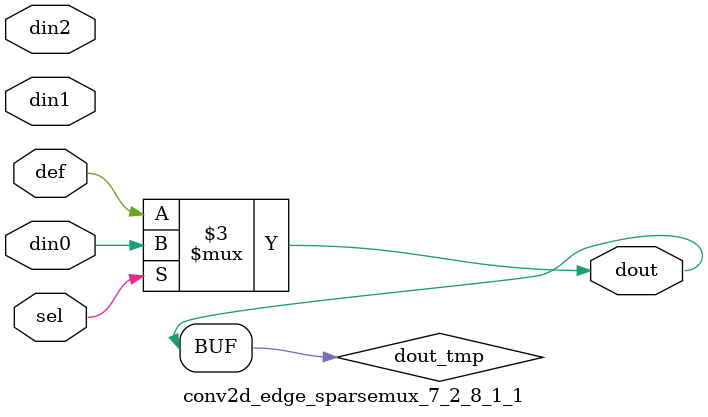
<source format=v>
`timescale 1ns / 1ps

module conv2d_edge_sparsemux_7_2_8_1_1 (din0,din1,din2,def,sel,dout);

parameter din0_WIDTH = 1;

parameter din1_WIDTH = 1;

parameter din2_WIDTH = 1;

parameter def_WIDTH = 1;
parameter sel_WIDTH = 1;
parameter dout_WIDTH = 1;

parameter [sel_WIDTH-1:0] CASE0 = 1;

parameter [sel_WIDTH-1:0] CASE1 = 1;

parameter [sel_WIDTH-1:0] CASE2 = 1;

parameter ID = 1;
parameter NUM_STAGE = 1;



input [din0_WIDTH-1:0] din0;

input [din1_WIDTH-1:0] din1;

input [din2_WIDTH-1:0] din2;

input [def_WIDTH-1:0] def;
input [sel_WIDTH-1:0] sel;

output [dout_WIDTH-1:0] dout;



reg [dout_WIDTH-1:0] dout_tmp;


always @ (*) begin
(* parallel_case *) case (sel)
    
    CASE0 : dout_tmp = din0;
    
    CASE1 : dout_tmp = din1;
    
    CASE2 : dout_tmp = din2;
    
    default : dout_tmp = def;
endcase
end


assign dout = dout_tmp;



endmodule

</source>
